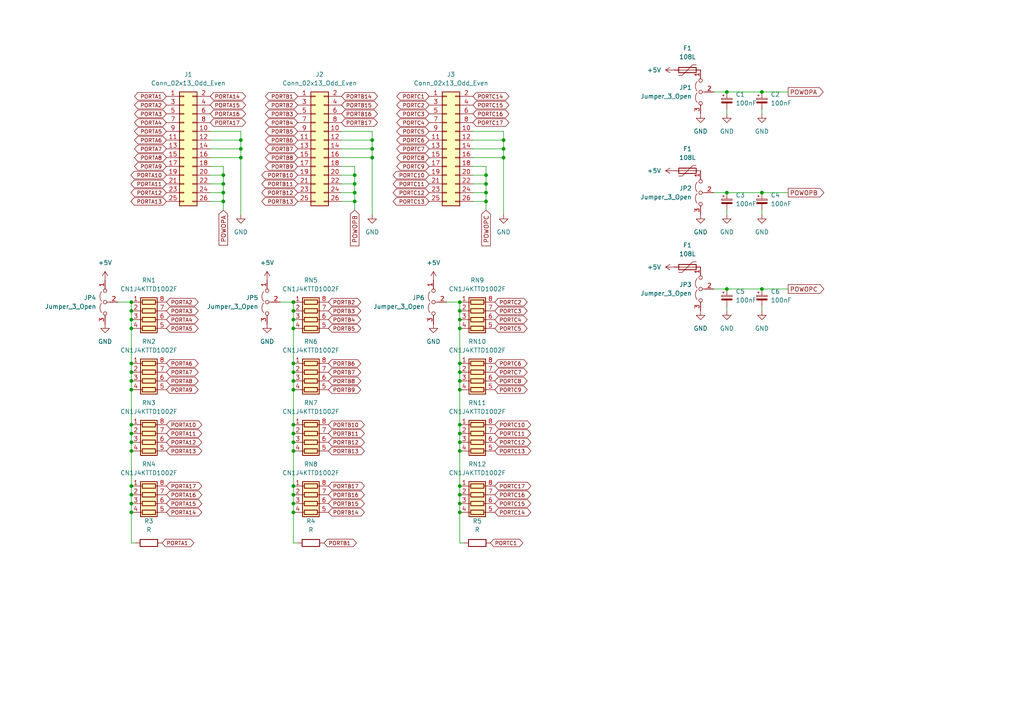
<source format=kicad_sch>
(kicad_sch (version 20230121) (generator eeschema)
  (paper "A4")
  (lib_symbols
    (symbol "Connector_Generic:Conn_02x13_Odd_Even" (pin_names (offset 1.016) hide)
      (property "Reference" "J" (at 1.27 17.78 0))
      (property "Value" "Conn_02x13_Odd_Even" (at 1.27 -17.78 0))
      (symbol "Conn_02x13_Odd_Even_1_1"
        (rectangle (start -1.27 -15.113) (end 0 -15.367) (stroke (width 0.1524)))
        (rectangle (start -1.27 -12.573) (end 0 -12.827) (stroke (width 0.1524)))
        (rectangle (start -1.27 -10.033) (end 0 -10.287) (stroke (width 0.1524)))
        (rectangle (start -1.27 -7.493) (end 0 -7.747) (stroke (width 0.1524)))
        (rectangle (start -1.27 -4.953) (end 0 -5.207) (stroke (width 0.1524)))
        (rectangle (start -1.27 -2.413) (end 0 -2.667) (stroke (width 0.1524)))
        (rectangle (start -1.27 0.127) (end 0 -0.127) (stroke (width 0.1524)))
        (rectangle (start -1.27 2.667) (end 0 2.413) (stroke (width 0.1524)))
        (rectangle (start -1.27 5.207) (end 0 4.953) (stroke (width 0.1524)))
        (rectangle (start -1.27 7.747) (end 0 7.493) (stroke (width 0.1524)))
        (rectangle (start -1.27 10.287) (end 0 10.033) (stroke (width 0.1524)))
        (rectangle (start -1.27 12.827) (end 0 12.573) (stroke (width 0.1524)))
        (rectangle (start -1.27 15.367) (end 0 15.113) (stroke (width 0.1524)))
        (rectangle (start -1.27 16.51) (end 3.81 -16.51) (stroke (width 0.254)) (fill (type background)))
        (rectangle (start 3.81 -15.113) (end 2.54 -15.367) (stroke (width 0.1524)))
        (rectangle (start 3.81 -12.573) (end 2.54 -12.827) (stroke (width 0.1524)))
        (rectangle (start 3.81 -10.033) (end 2.54 -10.287) (stroke (width 0.1524)))
        (rectangle (start 3.81 -7.493) (end 2.54 -7.747) (stroke (width 0.1524)))
        (rectangle (start 3.81 -4.953) (end 2.54 -5.207) (stroke (width 0.1524)))
        (rectangle (start 3.81 -2.413) (end 2.54 -2.667) (stroke (width 0.1524)))
        (rectangle (start 3.81 0.127) (end 2.54 -0.127) (stroke (width 0.1524)))
        (rectangle (start 3.81 2.667) (end 2.54 2.413) (stroke (width 0.1524)))
        (rectangle (start 3.81 5.207) (end 2.54 4.953) (stroke (width 0.1524)))
        (rectangle (start 3.81 7.747) (end 2.54 7.493) (stroke (width 0.1524)))
        (rectangle (start 3.81 10.287) (end 2.54 10.033) (stroke (width 0.1524)))
        (rectangle (start 3.81 12.827) (end 2.54 12.573) (stroke (width 0.1524)))
        (rectangle (start 3.81 15.367) (end 2.54 15.113) (stroke (width 0.1524)))
        (pin passive line (at -5.08 15.24 0) (length 3.81) (name "Pin_1") (number "1"))
        (pin passive line (at 7.62 5.08 180) (length 3.81) (name "Pin_10") (number "10"))
        (pin passive line (at -5.08 2.54 0) (length 3.81) (name "Pin_11") (number "11"))
        (pin passive line (at 7.62 2.54 180) (length 3.81) (name "Pin_12") (number "12"))
        (pin passive line (at -5.08 0 0) (length 3.81) (name "Pin_13") (number "13"))
        (pin passive line (at 7.62 0 180) (length 3.81) (name "Pin_14") (number "14"))
        (pin passive line (at -5.08 -2.54 0) (length 3.81) (name "Pin_15") (number "15"))
        (pin passive line (at 7.62 -2.54 180) (length 3.81) (name "Pin_16") (number "16"))
        (pin passive line (at -5.08 -5.08 0) (length 3.81) (name "Pin_17") (number "17"))
        (pin passive line (at 7.62 -5.08 180) (length 3.81) (name "Pin_18") (number "18"))
        (pin passive line (at -5.08 -7.62 0) (length 3.81) (name "Pin_19") (number "19"))
        (pin passive line (at 7.62 15.24 180) (length 3.81) (name "Pin_2") (number "2"))
        (pin passive line (at 7.62 -7.62 180) (length 3.81) (name "Pin_20") (number "20"))
        (pin passive line (at -5.08 -10.16 0) (length 3.81) (name "Pin_21") (number "21"))
        (pin passive line (at 7.62 -10.16 180) (length 3.81) (name "Pin_22") (number "22"))
        (pin passive line (at -5.08 -12.7 0) (length 3.81) (name "Pin_23") (number "23"))
        (pin passive line (at 7.62 -12.7 180) (length 3.81) (name "Pin_24") (number "24"))
        (pin passive line (at -5.08 -15.24 0) (length 3.81) (name "Pin_25") (number "25"))
        (pin passive line (at 7.62 -15.24 180) (length 3.81) (name "Pin_26") (number "26"))
        (pin passive line (at -5.08 12.7 0) (length 3.81) (name "Pin_3") (number "3"))
        (pin passive line (at 7.62 12.7 180) (length 3.81) (name "Pin_4") (number "4"))
        (pin passive line (at -5.08 10.16 0) (length 3.81) (name "Pin_5") (number "5"))
        (pin passive line (at 7.62 10.16 180) (length 3.81) (name "Pin_6") (number "6"))
        (pin passive line (at -5.08 7.62 0) (length 3.81) (name "Pin_7") (number "7"))
        (pin passive line (at 7.62 7.62 180) (length 3.81) (name "Pin_8") (number "8"))
        (pin passive line (at -5.08 5.08 0) (length 3.81) (name "Pin_9") (number "9"))
      )
    )
    (symbol "Device:C_Polarized_Small" (pin_numbers hide) (pin_names (offset 0.254) hide)
      (property "Reference" "C" (at 0.254 1.778 0))
      (property "Value" "C_Polarized_Small" (at 0.254 -2.032 0))
      (symbol "C_Polarized_Small_0_1"
        (rectangle (start -1.524 -0.3048) (end 1.524 -0.6858) (fill (type outline)))
        (rectangle (start -1.524 0.6858) (end 1.524 0.3048))
        (polyline (pts (xy -1.27 1.524) (xy -0.762 1.524)))
        (polyline (pts (xy -1.016 1.27) (xy -1.016 1.778)))
      )
      (symbol "C_Polarized_Small_1_1"
        (pin passive line (at 0 2.54 270) (length 1.8542) (name "~") (number "1"))
        (pin passive line (at 0 -2.54 90) (length 1.8542) (name "~") (number "2"))
      )
    )
    (symbol "Device:Polyfuse" (pin_numbers hide) (pin_names (offset 0))
      (property "Reference" "F" (at -2.54 0 90))
      (property "Value" "Polyfuse" (at 2.54 0 90))
      (symbol "Polyfuse_0_1"
        (rectangle (start -0.762 2.54) (end 0.762 -2.54) (stroke (width 0.254)))
        (polyline (pts (xy 0 2.54) (xy 0 -2.54)))
        (polyline (pts (xy -1.524 2.54) (xy -1.524 1.524) (xy 1.524 -1.524) (xy 1.524 -2.54)))
      )
      (symbol "Polyfuse_1_1"
        (pin passive line (at 0 3.81 270) (length 1.27) (name "~") (number "1"))
        (pin passive line (at 0 -3.81 90) (length 1.27) (name "~") (number "2"))
      )
    )
    (symbol "Device:R" (pin_numbers hide) (pin_names (offset 0))
      (property "Reference" "R" (at 2.032 0 90))
      (property "Value" "R" (at 0 0 90))
      (symbol "R_0_1"
        (rectangle (start -1.016 -2.54) (end 1.016 2.54) (stroke (width 0.254)))
      )
      (symbol "R_1_1"
        (pin passive line (at 0 3.81 270) (length 1.27) (name "~") (number "1"))
        (pin passive line (at 0 -3.81 90) (length 1.27) (name "~") (number "2"))
      )
    )
    (symbol "Device:R_Pack04" (pin_names (offset 0) hide)
      (property "Reference" "RN" (at -7.62 0 90))
      (property "Value" "R_Pack04" (at 5.08 0 90))
      (symbol "R_Pack04_0_1"
        (rectangle (start -6.35 -2.413) (end 3.81 2.413) (stroke (width 0.254)) (fill (type background)))
        (rectangle (start -5.715 1.905) (end -4.445 -1.905) (stroke (width 0.254)))
        (rectangle (start -3.175 1.905) (end -1.905 -1.905) (stroke (width 0.254)))
        (rectangle (start -0.635 1.905) (end 0.635 -1.905) (stroke (width 0.254)))
        (polyline (pts (xy -5.08 -2.54) (xy -5.08 -1.905)))
        (polyline (pts (xy -5.08 1.905) (xy -5.08 2.54)))
        (polyline (pts (xy -2.54 -2.54) (xy -2.54 -1.905)))
        (polyline (pts (xy -2.54 1.905) (xy -2.54 2.54)))
        (polyline (pts (xy 0 -2.54) (xy 0 -1.905)))
        (polyline (pts (xy 0 1.905) (xy 0 2.54)))
        (polyline (pts (xy 2.54 -2.54) (xy 2.54 -1.905)))
        (polyline (pts (xy 2.54 1.905) (xy 2.54 2.54)))
        (rectangle (start 1.905 1.905) (end 3.175 -1.905) (stroke (width 0.254)))
      )
      (symbol "R_Pack04_1_1"
        (pin passive line (at -5.08 -5.08 90) (length 2.54) (name "R1.1") (number "1"))
        (pin passive line (at -2.54 -5.08 90) (length 2.54) (name "R2.1") (number "2"))
        (pin passive line (at 0 -5.08 90) (length 2.54) (name "R3.1") (number "3"))
        (pin passive line (at 2.54 -5.08 90) (length 2.54) (name "R4.1") (number "4"))
        (pin passive line (at 2.54 5.08 270) (length 2.54) (name "R4.2") (number "5"))
        (pin passive line (at 0 5.08 270) (length 2.54) (name "R3.2") (number "6"))
        (pin passive line (at -2.54 5.08 270) (length 2.54) (name "R2.2") (number "7"))
        (pin passive line (at -5.08 5.08 270) (length 2.54) (name "R1.2") (number "8"))
      )
    )
    (symbol "Jumper:Jumper_3_Open" (pin_names (offset 0) hide)
      (property "Reference" "JP" (at -2.54 -2.54 0))
      (property "Value" "Jumper_3_Open" (at 0 2.794 0))
      (symbol "Jumper_3_Open_0_0"
        (circle (center -3.302 0) (radius 0.508))
        (circle (center 0 0) (radius 0.508))
        (circle (center 3.302 0) (radius 0.508))
      )
      (symbol "Jumper_3_Open_0_1"
        (arc (start -0.254 1.016) (mid -1.651 1.4992) (end -3.048 1.016))
        (polyline (pts (xy 0 -0.508) (xy 0 -1.27)))
        (arc (start 3.048 1.016) (mid 1.651 1.4992) (end 0.254 1.016))
      )
      (symbol "Jumper_3_Open_1_1"
        (pin passive line (at -6.35 0 0) (length 2.54) (name "A") (number "1"))
        (pin passive line (at 0 -3.81 90) (length 2.54) (name "C") (number "2"))
        (pin passive line (at 6.35 0 180) (length 2.54) (name "B") (number "3"))
      )
    )
    (symbol "power:+5V" (power) (pin_names (offset 0))
      (property "Value" "+5V" (at 0 3.556 0))
      (symbol "+5V_0_1"
        (polyline (pts (xy -0.762 1.27) (xy 0 2.54)))
        (polyline (pts (xy 0 0) (xy 0 2.54)))
        (polyline (pts (xy 0 2.54) (xy 0.762 1.27)))
      )
      (symbol "+5V_1_1"
        (pin power_in line (at 0 0 90) (length 0) hide (name "+5V") (number "1"))
      )
    )
    (symbol "power:GND" (power) (pin_names (offset 0))
      (property "Value" "GND" (at 0 -3.81 0))
      (symbol "GND_0_1"
        (polyline (pts (xy 0 0) (xy 0 -1.27) (xy 1.27 -1.27) (xy 0 -2.54) (xy -1.27 -1.27) (xy 0 -1.27)))
      )
      (symbol "GND_1_1"
        (pin power_in line (at 0 0 270) (length 0) hide (name "GND") (number "1"))
      )
    )
  )
  (junction (at 210.82 83.82))
  (junction (at 38.1 148.59))
  (junction (at 69.85 45.72))
  (junction (at 133.35 123.19))
  (junction (at 140.97 50.8))
  (junction (at 220.98 26.67))
  (junction (at 85.09 90.17))
  (junction (at 85.09 110.49))
  (junction (at 133.35 105.41))
  (junction (at 85.09 130.81))
  (junction (at 107.95 43.18))
  (junction (at 102.87 53.34))
  (junction (at 146.05 45.72))
  (junction (at 85.09 123.19))
  (junction (at 85.09 146.05))
  (junction (at 85.09 143.51))
  (junction (at 220.98 83.82))
  (junction (at 38.1 110.49))
  (junction (at 38.1 123.19))
  (junction (at 85.09 148.59))
  (junction (at 69.85 43.18))
  (junction (at 133.35 110.49))
  (junction (at 85.09 128.27))
  (junction (at 38.1 140.97))
  (junction (at 133.35 148.59))
  (junction (at 85.09 92.71))
  (junction (at 38.1 95.25))
  (junction (at 133.35 90.17))
  (junction (at 64.77 55.88))
  (junction (at 85.09 125.73))
  (junction (at 146.05 40.64))
  (junction (at 64.77 50.8))
  (junction (at 38.1 90.17))
  (junction (at 85.09 95.25))
  (junction (at 38.1 107.95))
  (junction (at 133.35 143.51))
  (junction (at 38.1 125.73))
  (junction (at 133.35 107.95))
  (junction (at 85.09 113.03))
  (junction (at 140.97 53.34))
  (junction (at 146.05 43.18))
  (junction (at 38.1 87.63))
  (junction (at 38.1 105.41))
  (junction (at 133.35 95.25))
  (junction (at 133.35 87.63))
  (junction (at 64.77 58.42))
  (junction (at 69.85 40.64))
  (junction (at 210.82 55.88))
  (junction (at 38.1 146.05))
  (junction (at 85.09 87.63))
  (junction (at 102.87 58.42))
  (junction (at 140.97 55.88))
  (junction (at 107.95 40.64))
  (junction (at 107.95 45.72))
  (junction (at 133.35 140.97))
  (junction (at 102.87 50.8))
  (junction (at 133.35 128.27))
  (junction (at 133.35 92.71))
  (junction (at 38.1 143.51))
  (junction (at 133.35 125.73))
  (junction (at 102.87 55.88))
  (junction (at 220.98 55.88))
  (junction (at 133.35 146.05))
  (junction (at 133.35 130.81))
  (junction (at 38.1 113.03))
  (junction (at 140.97 58.42))
  (junction (at 64.77 53.34))
  (junction (at 85.09 105.41))
  (junction (at 210.82 26.67))
  (junction (at 38.1 128.27))
  (junction (at 85.09 140.97))
  (junction (at 38.1 92.71))
  (junction (at 85.09 107.95))
  (junction (at 133.35 113.03))
  (junction (at 38.1 130.81))
  (wire (pts (xy 64.77 55.88) (xy 64.77 58.42)))
  (wire (pts (xy 133.35 125.73) (xy 133.35 128.27)))
  (wire (pts (xy 220.98 33.02) (xy 220.98 31.75)))
  (wire (pts (xy 38.1 95.25) (xy 38.1 105.41)))
  (wire (pts (xy 38.1 123.19) (xy 38.1 125.73)))
  (wire (pts (xy 38.1 140.97) (xy 38.1 143.51)))
  (wire (pts (xy 38.1 87.63) (xy 38.1 90.17)))
  (wire (pts (xy 38.1 128.27) (xy 38.1 130.81)))
  (wire (pts (xy 133.35 113.03) (xy 133.35 123.19)))
  (wire (pts (xy 64.77 50.8) (xy 64.77 53.34)))
  (wire (pts (xy 85.09 90.17) (xy 85.09 92.71)))
  (wire (pts (xy 85.09 110.49) (xy 85.09 113.03)))
  (wire (pts (xy 60.96 58.42) (xy 64.77 58.42)))
  (wire (pts (xy 133.35 123.19) (xy 133.35 125.73)))
  (wire (pts (xy 85.09 105.41) (xy 85.09 107.95)))
  (wire (pts (xy 60.96 50.8) (xy 64.77 50.8)))
  (wire (pts (xy 34.29 87.63) (xy 38.1 87.63)))
  (wire (pts (xy 85.09 113.03) (xy 85.09 123.19)))
  (wire (pts (xy 64.77 58.42) (xy 64.77 60.96)))
  (wire (pts (xy 102.87 55.88) (xy 102.87 58.42)))
  (wire (pts (xy 133.35 110.49) (xy 133.35 113.03)))
  (wire (pts (xy 133.35 148.59) (xy 133.35 157.48)))
  (wire (pts (xy 60.96 38.1) (xy 69.85 38.1)))
  (wire (pts (xy 140.97 48.26) (xy 140.97 50.8)))
  (wire (pts (xy 207.01 83.82) (xy 210.82 83.82)))
  (wire (pts (xy 38.1 113.03) (xy 38.1 123.19)))
  (wire (pts (xy 133.35 140.97) (xy 133.35 143.51)))
  (wire (pts (xy 69.85 45.72) (xy 69.85 62.23)))
  (wire (pts (xy 102.87 50.8) (xy 102.87 53.34)))
  (wire (pts (xy 38.1 90.17) (xy 38.1 92.71)))
  (wire (pts (xy 133.35 130.81) (xy 133.35 140.97)))
  (wire (pts (xy 99.06 58.42) (xy 102.87 58.42)))
  (wire (pts (xy 99.06 55.88) (xy 102.87 55.88)))
  (wire (pts (xy 210.82 26.67) (xy 220.98 26.67)))
  (wire (pts (xy 137.16 55.88) (xy 140.97 55.88)))
  (wire (pts (xy 85.09 107.95) (xy 85.09 110.49)))
  (wire (pts (xy 38.1 110.49) (xy 38.1 113.03)))
  (wire (pts (xy 60.96 43.18) (xy 69.85 43.18)))
  (wire (pts (xy 60.96 48.26) (xy 64.77 48.26)))
  (wire (pts (xy 133.35 107.95) (xy 133.35 110.49)))
  (wire (pts (xy 99.06 43.18) (xy 107.95 43.18)))
  (wire (pts (xy 85.09 123.19) (xy 85.09 125.73)))
  (wire (pts (xy 146.05 43.18) (xy 146.05 45.72)))
  (wire (pts (xy 85.09 148.59) (xy 85.09 157.48)))
  (wire (pts (xy 137.16 38.1) (xy 146.05 38.1)))
  (wire (pts (xy 210.82 90.17) (xy 210.82 88.9)))
  (wire (pts (xy 129.54 87.63) (xy 133.35 87.63)))
  (wire (pts (xy 60.96 53.34) (xy 64.77 53.34)))
  (wire (pts (xy 137.16 53.34) (xy 140.97 53.34)))
  (wire (pts (xy 220.98 26.67) (xy 228.6 26.67)))
  (wire (pts (xy 38.1 107.95) (xy 38.1 110.49)))
  (wire (pts (xy 38.1 146.05) (xy 38.1 148.59)))
  (wire (pts (xy 86.36 157.48) (xy 85.09 157.48)))
  (wire (pts (xy 133.35 95.25) (xy 133.35 105.41)))
  (wire (pts (xy 133.35 105.41) (xy 133.35 107.95)))
  (wire (pts (xy 99.06 38.1) (xy 107.95 38.1)))
  (wire (pts (xy 99.06 48.26) (xy 102.87 48.26)))
  (wire (pts (xy 60.96 40.64) (xy 69.85 40.64)))
  (wire (pts (xy 146.05 40.64) (xy 146.05 43.18)))
  (wire (pts (xy 137.16 50.8) (xy 140.97 50.8)))
  (wire (pts (xy 81.28 87.63) (xy 85.09 87.63)))
  (wire (pts (xy 207.01 55.88) (xy 210.82 55.88)))
  (wire (pts (xy 134.62 157.48) (xy 133.35 157.48)))
  (wire (pts (xy 107.95 43.18) (xy 107.95 45.72)))
  (wire (pts (xy 137.16 43.18) (xy 146.05 43.18)))
  (wire (pts (xy 38.1 105.41) (xy 38.1 107.95)))
  (wire (pts (xy 102.87 58.42) (xy 102.87 60.96)))
  (wire (pts (xy 140.97 55.88) (xy 140.97 58.42)))
  (wire (pts (xy 38.1 92.71) (xy 38.1 95.25)))
  (wire (pts (xy 102.87 48.26) (xy 102.87 50.8)))
  (wire (pts (xy 69.85 38.1) (xy 69.85 40.64)))
  (wire (pts (xy 107.95 40.64) (xy 107.95 43.18)))
  (wire (pts (xy 85.09 128.27) (xy 85.09 130.81)))
  (wire (pts (xy 39.37 157.48) (xy 38.1 157.48)))
  (wire (pts (xy 133.35 87.63) (xy 133.35 90.17)))
  (wire (pts (xy 38.1 143.51) (xy 38.1 146.05)))
  (wire (pts (xy 64.77 48.26) (xy 64.77 50.8)))
  (wire (pts (xy 85.09 130.81) (xy 85.09 140.97)))
  (wire (pts (xy 85.09 140.97) (xy 85.09 143.51)))
  (wire (pts (xy 85.09 125.73) (xy 85.09 128.27)))
  (wire (pts (xy 133.35 90.17) (xy 133.35 92.71)))
  (wire (pts (xy 99.06 50.8) (xy 102.87 50.8)))
  (wire (pts (xy 85.09 87.63) (xy 85.09 90.17)))
  (wire (pts (xy 133.35 128.27) (xy 133.35 130.81)))
  (wire (pts (xy 99.06 40.64) (xy 107.95 40.64)))
  (wire (pts (xy 38.1 130.81) (xy 38.1 140.97)))
  (wire (pts (xy 140.97 58.42) (xy 140.97 60.96)))
  (wire (pts (xy 210.82 62.23) (xy 210.82 60.96)))
  (wire (pts (xy 146.05 38.1) (xy 146.05 40.64)))
  (wire (pts (xy 107.95 38.1) (xy 107.95 40.64)))
  (wire (pts (xy 210.82 83.82) (xy 220.98 83.82)))
  (wire (pts (xy 137.16 40.64) (xy 146.05 40.64)))
  (wire (pts (xy 85.09 92.71) (xy 85.09 95.25)))
  (wire (pts (xy 99.06 53.34) (xy 102.87 53.34)))
  (wire (pts (xy 38.1 125.73) (xy 38.1 128.27)))
  (wire (pts (xy 69.85 40.64) (xy 69.85 43.18)))
  (wire (pts (xy 146.05 45.72) (xy 146.05 62.23)))
  (wire (pts (xy 220.98 83.82) (xy 228.6 83.82)))
  (wire (pts (xy 60.96 45.72) (xy 69.85 45.72)))
  (wire (pts (xy 220.98 55.88) (xy 228.6 55.88)))
  (wire (pts (xy 207.01 26.67) (xy 210.82 26.67)))
  (wire (pts (xy 99.06 45.72) (xy 107.95 45.72)))
  (wire (pts (xy 137.16 45.72) (xy 146.05 45.72)))
  (wire (pts (xy 210.82 55.88) (xy 220.98 55.88)))
  (wire (pts (xy 133.35 143.51) (xy 133.35 146.05)))
  (wire (pts (xy 85.09 146.05) (xy 85.09 148.59)))
  (wire (pts (xy 85.09 143.51) (xy 85.09 146.05)))
  (wire (pts (xy 107.95 45.72) (xy 107.95 62.23)))
  (wire (pts (xy 85.09 95.25) (xy 85.09 105.41)))
  (wire (pts (xy 102.87 53.34) (xy 102.87 55.88)))
  (wire (pts (xy 140.97 53.34) (xy 140.97 55.88)))
  (wire (pts (xy 60.96 55.88) (xy 64.77 55.88)))
  (wire (pts (xy 220.98 90.17) (xy 220.98 88.9)))
  (wire (pts (xy 133.35 146.05) (xy 133.35 148.59)))
  (wire (pts (xy 64.77 53.34) (xy 64.77 55.88)))
  (wire (pts (xy 220.98 62.23) (xy 220.98 60.96)))
  (wire (pts (xy 69.85 43.18) (xy 69.85 45.72)))
  (wire (pts (xy 38.1 148.59) (xy 38.1 157.48)))
  (wire (pts (xy 133.35 92.71) (xy 133.35 95.25)))
  (wire (pts (xy 137.16 58.42) (xy 140.97 58.42)))
  (wire (pts (xy 137.16 48.26) (xy 140.97 48.26)))
  (wire (pts (xy 210.82 33.02) (xy 210.82 31.75)))
  (wire (pts (xy 140.97 50.8) (xy 140.97 53.34)))
  (global_label "PORTB8" (shape bidirectional) (at 86.36 45.72 180) (effects (font (size 1.1 1.1))) (property "Intersheetrefs" "${INTERSHEET_REFS}" (effects hide)))
  (global_label "PORTC5" (shape bidirectional) (at 143.51 95.25 0) (effects (font (size 1.1 1.1))) (property "Intersheetrefs" "${INTERSHEET_REFS}" (effects hide)))
  (global_label "PORTC11" (shape bidirectional) (at 143.51 125.73 0) (effects (font (size 1.1 1.1))) (property "Intersheetrefs" "${INTERSHEET_REFS}" (effects hide)))
  (global_label "PORTB15" (shape bidirectional) (at 99.06 30.48 0) (effects (font (size 1.1 1.1))) (property "Intersheetrefs" "${INTERSHEET_REFS}" (effects hide)))
  (global_label "PORTB16" (shape bidirectional) (at 99.06 33.02 0) (effects (font (size 1.1 1.1))) (property "Intersheetrefs" "${INTERSHEET_REFS}" (effects hide)))
  (global_label "PORTB11" (shape bidirectional) (at 95.25 125.73 0) (effects (font (size 1.1 1.1))) (property "Intersheetrefs" "${INTERSHEET_REFS}" (effects hide)))
  (global_label "PORTB7" (shape bidirectional) (at 86.36 43.18 180) (effects (font (size 1.1 1.1))) (property "Intersheetrefs" "${INTERSHEET_REFS}" (effects hide)))
  (global_label "PORTA1" (shape bidirectional) (at 46.99 157.48 0) (effects (font (size 1.1 1.1))) (property "Intersheetrefs" "${INTERSHEET_REFS}" (effects hide)))
  (global_label "PORTC15" (shape bidirectional) (at 137.16 30.48 0) (effects (font (size 1.1 1.1))) (property "Intersheetrefs" "${INTERSHEET_REFS}" (effects hide)))
  (global_label "PORTC6" (shape bidirectional) (at 143.51 105.41 0) (effects (font (size 1.1 1.1))) (property "Intersheetrefs" "${INTERSHEET_REFS}" (effects hide)))
  (global_label "PORTA11" (shape bidirectional) (at 48.26 53.34 180) (effects (font (size 1.1 1.1))) (property "Intersheetrefs" "${INTERSHEET_REFS}" (effects hide)))
  (global_label "PORTA10" (shape bidirectional) (at 48.26 50.8 180) (effects (font (size 1.1 1.1))) (property "Intersheetrefs" "${INTERSHEET_REFS}" (effects hide)))
  (global_label "PORTC3" (shape bidirectional) (at 124.46 33.02 180) (effects (font (size 1.1 1.1))) (property "Intersheetrefs" "${INTERSHEET_REFS}" (effects hide)))
  (global_label "PORTC16" (shape bidirectional) (at 137.16 33.02 0) (effects (font (size 1.1 1.1))) (property "Intersheetrefs" "${INTERSHEET_REFS}" (effects hide)))
  (global_label "PORTA7" (shape bidirectional) (at 48.26 107.95 0) (effects (font (size 1.1 1.1))) (property "Intersheetrefs" "${INTERSHEET_REFS}" (effects hide)))
  (global_label "PORTA1" (shape bidirectional) (at 48.26 27.94 180) (effects (font (size 1.1 1.1))) (property "Intersheetrefs" "${INTERSHEET_REFS}" (effects hide)))
  (global_label "PORTA10" (shape bidirectional) (at 48.26 123.19 0) (effects (font (size 1.1 1.1))) (property "Intersheetrefs" "${INTERSHEET_REFS}" (effects hide)))
  (global_label "PORTC8" (shape bidirectional) (at 124.46 45.72 180) (effects (font (size 1.1 1.1))) (property "Intersheetrefs" "${INTERSHEET_REFS}" (effects hide)))
  (global_label "PORTB13" (shape bidirectional) (at 86.36 58.42 180) (effects (font (size 1.1 1.1))) (property "Intersheetrefs" "${INTERSHEET_REFS}" (effects hide)))
  (global_label "PORTA16" (shape bidirectional) (at 60.96 33.02 0) (effects (font (size 1.1 1.1))) (property "Intersheetrefs" "${INTERSHEET_REFS}" (effects hide)))
  (global_label "PORTB3" (shape bidirectional) (at 95.25 90.17 0) (effects (font (size 1.1 1.1))) (property "Intersheetrefs" "${INTERSHEET_REFS}" (effects hide)))
  (global_label "PORTA9" (shape bidirectional) (at 48.26 48.26 180) (effects (font (size 1.1 1.1))) (property "Intersheetrefs" "${INTERSHEET_REFS}" (effects hide)))
  (global_label "PORTC7" (shape bidirectional) (at 124.46 43.18 180) (effects (font (size 1.1 1.1))) (property "Intersheetrefs" "${INTERSHEET_REFS}" (effects hide)))
  (global_label "PORTC6" (shape bidirectional) (at 124.46 40.64 180) (effects (font (size 1.1 1.1))) (property "Intersheetrefs" "${INTERSHEET_REFS}" (effects hide)))
  (global_label "PORTC8" (shape bidirectional) (at 143.51 110.49 0) (effects (font (size 1.1 1.1))) (property "Intersheetrefs" "${INTERSHEET_REFS}" (effects hide)))
  (global_label "POWOPC" (shape output) (at 228.6 83.82 0) (property "Intersheetrefs" "${INTERSHEET_REFS}" (effects hide)))
  (global_label "POWOPC" (shape input) (at 140.97 60.96 270) (property "Intersheetrefs" "${INTERSHEET_REFS}" (effects hide)))
  (global_label "PORTA5" (shape bidirectional) (at 48.26 95.25 0) (effects (font (size 1.1 1.1))) (property "Intersheetrefs" "${INTERSHEET_REFS}" (effects hide)))
  (global_label "PORTA13" (shape bidirectional) (at 48.26 58.42 180) (effects (font (size 1.1 1.1))) (property "Intersheetrefs" "${INTERSHEET_REFS}" (effects hide)))
  (global_label "POWOPA" (shape input) (at 64.77 60.96 270) (property "Intersheetrefs" "${INTERSHEET_REFS}" (effects hide)))
  (global_label "PORTB1" (shape bidirectional) (at 86.36 27.94 180) (effects (font (size 1.1 1.1))) (property "Intersheetrefs" "${INTERSHEET_REFS}" (effects hide)))
  (global_label "PORTB6" (shape bidirectional) (at 86.36 40.64 180) (effects (font (size 1.1 1.1))) (property "Intersheetrefs" "${INTERSHEET_REFS}" (effects hide)))
  (global_label "PORTC1" (shape bidirectional) (at 124.46 27.94 180) (effects (font (size 1.1 1.1))) (property "Intersheetrefs" "${INTERSHEET_REFS}" (effects hide)))
  (global_label "PORTA11" (shape bidirectional) (at 48.26 125.73 0) (effects (font (size 1.1 1.1))) (property "Intersheetrefs" "${INTERSHEET_REFS}" (effects hide)))
  (global_label "PORTB12" (shape bidirectional) (at 86.36 55.88 180) (effects (font (size 1.1 1.1))) (property "Intersheetrefs" "${INTERSHEET_REFS}" (effects hide)))
  (global_label "PORTB1" (shape bidirectional) (at 93.98 157.48 0) (effects (font (size 1.1 1.1))) (property "Intersheetrefs" "${INTERSHEET_REFS}" (effects hide)))
  (global_label "PORTC9" (shape bidirectional) (at 143.51 113.03 0) (effects (font (size 1.1 1.1))) (property "Intersheetrefs" "${INTERSHEET_REFS}" (effects hide)))
  (global_label "PORTB15" (shape bidirectional) (at 95.25 146.05 0) (effects (font (size 1.1 1.1))) (property "Intersheetrefs" "${INTERSHEET_REFS}" (effects hide)))
  (global_label "PORTB5" (shape bidirectional) (at 86.36 38.1 180) (effects (font (size 1.1 1.1))) (property "Intersheetrefs" "${INTERSHEET_REFS}" (effects hide)))
  (global_label "PORTA8" (shape bidirectional) (at 48.26 45.72 180) (effects (font (size 1.1 1.1))) (property "Intersheetrefs" "${INTERSHEET_REFS}" (effects hide)))
  (global_label "PORTC16" (shape bidirectional) (at 143.51 143.51 0) (effects (font (size 1.1 1.1))) (property "Intersheetrefs" "${INTERSHEET_REFS}" (effects hide)))
  (global_label "PORTC3" (shape bidirectional) (at 143.51 90.17 0) (effects (font (size 1.1 1.1))) (property "Intersheetrefs" "${INTERSHEET_REFS}" (effects hide)))
  (global_label "PORTA3" (shape bidirectional) (at 48.26 33.02 180) (effects (font (size 1.1 1.1))) (property "Intersheetrefs" "${INTERSHEET_REFS}" (effects hide)))
  (global_label "PORTA15" (shape bidirectional) (at 48.26 146.05 0) (effects (font (size 1.1 1.1))) (property "Intersheetrefs" "${INTERSHEET_REFS}" (effects hide)))
  (global_label "PORTC5" (shape bidirectional) (at 124.46 38.1 180) (effects (font (size 1.1 1.1))) (property "Intersheetrefs" "${INTERSHEET_REFS}" (effects hide)))
  (global_label "PORTA5" (shape bidirectional) (at 48.26 38.1 180) (effects (font (size 1.1 1.1))) (property "Intersheetrefs" "${INTERSHEET_REFS}" (effects hide)))
  (global_label "PORTA14" (shape bidirectional) (at 48.26 148.59 0) (effects (font (size 1.1 1.1))) (property "Intersheetrefs" "${INTERSHEET_REFS}" (effects hide)))
  (global_label "PORTC7" (shape bidirectional) (at 143.51 107.95 0) (effects (font (size 1.1 1.1))) (property "Intersheetrefs" "${INTERSHEET_REFS}" (effects hide)))
  (global_label "POWOPB" (shape output) (at 228.6 55.88 0) (property "Intersheetrefs" "${INTERSHEET_REFS}" (effects hide)))
  (global_label "PORTB17" (shape bidirectional) (at 99.06 35.56 0) (effects (font (size 1.1 1.1))) (property "Intersheetrefs" "${INTERSHEET_REFS}" (effects hide)))
  (global_label "PORTB7" (shape bidirectional) (at 95.25 107.95 0) (effects (font (size 1.1 1.1))) (property "Intersheetrefs" "${INTERSHEET_REFS}" (effects hide)))
  (global_label "PORTC4" (shape bidirectional) (at 124.46 35.56 180) (effects (font (size 1.1 1.1))) (property "Intersheetrefs" "${INTERSHEET_REFS}" (effects hide)))
  (global_label "PORTA2" (shape bidirectional) (at 48.26 87.63 0) (effects (font (size 1.1 1.1))) (property "Intersheetrefs" "${INTERSHEET_REFS}" (effects hide)))
  (global_label "PORTC2" (shape bidirectional) (at 124.46 30.48 180) (effects (font (size 1.1 1.1))) (property "Intersheetrefs" "${INTERSHEET_REFS}" (effects hide)))
  (global_label "PORTB14" (shape bidirectional) (at 99.06 27.94 0) (effects (font (size 1.1 1.1))) (property "Intersheetrefs" "${INTERSHEET_REFS}" (effects hide)))
  (global_label "PORTB8" (shape bidirectional) (at 95.25 110.49 0) (effects (font (size 1.1 1.1))) (property "Intersheetrefs" "${INTERSHEET_REFS}" (effects hide)))
  (global_label "PORTA12" (shape bidirectional) (at 48.26 55.88 180) (effects (font (size 1.1 1.1))) (property "Intersheetrefs" "${INTERSHEET_REFS}" (effects hide)))
  (global_label "PORTB2" (shape bidirectional) (at 95.25 87.63 0) (effects (font (size 1.1 1.1))) (property "Intersheetrefs" "${INTERSHEET_REFS}" (effects hide)))
  (global_label "PORTA17" (shape bidirectional) (at 60.96 35.56 0) (effects (font (size 1.1 1.1))) (property "Intersheetrefs" "${INTERSHEET_REFS}" (effects hide)))
  (global_label "PORTA8" (shape bidirectional) (at 48.26 110.49 0) (effects (font (size 1.1 1.1))) (property "Intersheetrefs" "${INTERSHEET_REFS}" (effects hide)))
  (global_label "PORTC2" (shape bidirectional) (at 143.51 87.63 0) (effects (font (size 1.1 1.1))) (property "Intersheetrefs" "${INTERSHEET_REFS}" (effects hide)))
  (global_label "PORTA2" (shape bidirectional) (at 48.26 30.48 180) (effects (font (size 1.1 1.1))) (property "Intersheetrefs" "${INTERSHEET_REFS}" (effects hide)))
  (global_label "PORTC9" (shape bidirectional) (at 124.46 48.26 180) (effects (font (size 1.1 1.1))) (property "Intersheetrefs" "${INTERSHEET_REFS}" (effects hide)))
  (global_label "PORTA6" (shape bidirectional) (at 48.26 40.64 180) (effects (font (size 1.1 1.1))) (property "Intersheetrefs" "${INTERSHEET_REFS}" (effects hide)))
  (global_label "PORTB11" (shape bidirectional) (at 86.36 53.34 180) (effects (font (size 1.1 1.1))) (property "Intersheetrefs" "${INTERSHEET_REFS}" (effects hide)))
  (global_label "PORTB12" (shape bidirectional) (at 95.25 128.27 0) (effects (font (size 1.1 1.1))) (property "Intersheetrefs" "${INTERSHEET_REFS}" (effects hide)))
  (global_label "PORTA16" (shape bidirectional) (at 48.26 143.51 0) (effects (font (size 1.1 1.1))) (property "Intersheetrefs" "${INTERSHEET_REFS}" (effects hide)))
  (global_label "PORTB14" (shape bidirectional) (at 95.25 148.59 0) (effects (font (size 1.1 1.1))) (property "Intersheetrefs" "${INTERSHEET_REFS}" (effects hide)))
  (global_label "PORTC17" (shape bidirectional) (at 137.16 35.56 0) (effects (font (size 1.1 1.1))) (property "Intersheetrefs" "${INTERSHEET_REFS}" (effects hide)))
  (global_label "PORTA12" (shape bidirectional) (at 48.26 128.27 0) (effects (font (size 1.1 1.1))) (property "Intersheetrefs" "${INTERSHEET_REFS}" (effects hide)))
  (global_label "PORTC14" (shape bidirectional) (at 137.16 27.94 0) (effects (font (size 1.1 1.1))) (property "Intersheetrefs" "${INTERSHEET_REFS}" (effects hide)))
  (global_label "PORTA14" (shape bidirectional) (at 60.96 27.94 0) (effects (font (size 1.1 1.1))) (property "Intersheetrefs" "${INTERSHEET_REFS}" (effects hide)))
  (global_label "PORTB13" (shape bidirectional) (at 95.25 130.81 0) (effects (font (size 1.1 1.1))) (property "Intersheetrefs" "${INTERSHEET_REFS}" (effects hide)))
  (global_label "PORTC10" (shape bidirectional) (at 124.46 50.8 180) (effects (font (size 1.1 1.1))) (property "Intersheetrefs" "${INTERSHEET_REFS}" (effects hide)))
  (global_label "PORTA7" (shape bidirectional) (at 48.26 43.18 180) (effects (font (size 1.1 1.1))) (property "Intersheetrefs" "${INTERSHEET_REFS}" (effects hide)))
  (global_label "PORTC12" (shape bidirectional) (at 124.46 55.88 180) (effects (font (size 1.1 1.1))) (property "Intersheetrefs" "${INTERSHEET_REFS}" (effects hide)))
  (global_label "POWOPA" (shape output) (at 228.6 26.67 0) (property "Intersheetrefs" "${INTERSHEET_REFS}" (effects hide)))
  (global_label "PORTA4" (shape bidirectional) (at 48.26 92.71 0) (effects (font (size 1.1 1.1))) (property "Intersheetrefs" "${INTERSHEET_REFS}" (effects hide)))
  (global_label "PORTC10" (shape bidirectional) (at 143.51 123.19 0) (effects (font (size 1.1 1.1))) (property "Intersheetrefs" "${INTERSHEET_REFS}" (effects hide)))
  (global_label "PORTC11" (shape bidirectional) (at 124.46 53.34 180) (effects (font (size 1.1 1.1))) (property "Intersheetrefs" "${INTERSHEET_REFS}" (effects hide)))
  (global_label "PORTB3" (shape bidirectional) (at 86.36 33.02 180) (effects (font (size 1.1 1.1))) (property "Intersheetrefs" "${INTERSHEET_REFS}" (effects hide)))
  (global_label "PORTA15" (shape bidirectional) (at 60.96 30.48 0) (effects (font (size 1.1 1.1))) (property "Intersheetrefs" "${INTERSHEET_REFS}" (effects hide)))
  (global_label "PORTA17" (shape bidirectional) (at 48.26 140.97 0) (effects (font (size 1.1 1.1))) (property "Intersheetrefs" "${INTERSHEET_REFS}" (effects hide)))
  (global_label "PORTB2" (shape bidirectional) (at 86.36 30.48 180) (effects (font (size 1.1 1.1))) (property "Intersheetrefs" "${INTERSHEET_REFS}" (effects hide)))
  (global_label "PORTC14" (shape bidirectional) (at 143.51 148.59 0) (effects (font (size 1.1 1.1))) (property "Intersheetrefs" "${INTERSHEET_REFS}" (effects hide)))
  (global_label "PORTB16" (shape bidirectional) (at 95.25 143.51 0) (effects (font (size 1.1 1.1))) (property "Intersheetrefs" "${INTERSHEET_REFS}" (effects hide)))
  (global_label "POWOPB" (shape input) (at 102.87 60.96 270) (property "Intersheetrefs" "${INTERSHEET_REFS}" (effects hide)))
  (global_label "PORTA9" (shape bidirectional) (at 48.26 113.03 0) (effects (font (size 1.1 1.1))) (property "Intersheetrefs" "${INTERSHEET_REFS}" (effects hide)))
  (global_label "PORTC17" (shape bidirectional) (at 143.51 140.97 0) (effects (font (size 1.1 1.1))) (property "Intersheetrefs" "${INTERSHEET_REFS}" (effects hide)))
  (global_label "PORTB4" (shape bidirectional) (at 86.36 35.56 180) (effects (font (size 1.1 1.1))) (property "Intersheetrefs" "${INTERSHEET_REFS}" (effects hide)))
  (global_label "PORTC13" (shape bidirectional) (at 124.46 58.42 180) (effects (font (size 1.1 1.1))) (property "Intersheetrefs" "${INTERSHEET_REFS}" (effects hide)))
  (global_label "PORTC13" (shape bidirectional) (at 143.51 130.81 0) (effects (font (size 1.1 1.1))) (property "Intersheetrefs" "${INTERSHEET_REFS}" (effects hide)))
  (global_label "PORTA6" (shape bidirectional) (at 48.26 105.41 0) (effects (font (size 1.1 1.1))) (property "Intersheetrefs" "${INTERSHEET_REFS}" (effects hide)))
  (global_label "PORTB6" (shape bidirectional) (at 95.25 105.41 0) (effects (font (size 1.1 1.1))) (property "Intersheetrefs" "${INTERSHEET_REFS}" (effects hide)))
  (global_label "PORTC12" (shape bidirectional) (at 143.51 128.27 0) (effects (font (size 1.1 1.1))) (property "Intersheetrefs" "${INTERSHEET_REFS}" (effects hide)))
  (global_label "PORTA13" (shape bidirectional) (at 48.26 130.81 0) (effects (font (size 1.1 1.1))) (property "Intersheetrefs" "${INTERSHEET_REFS}" (effects hide)))
  (global_label "PORTB17" (shape bidirectional) (at 95.25 140.97 0) (effects (font (size 1.1 1.1))) (property "Intersheetrefs" "${INTERSHEET_REFS}" (effects hide)))
  (global_label "PORTB9" (shape bidirectional) (at 86.36 48.26 180) (effects (font (size 1.1 1.1))) (property "Intersheetrefs" "${INTERSHEET_REFS}" (effects hide)))
  (global_label "PORTB5" (shape bidirectional) (at 95.25 95.25 0) (effects (font (size 1.1 1.1))) (property "Intersheetrefs" "${INTERSHEET_REFS}" (effects hide)))
  (global_label "PORTB4" (shape bidirectional) (at 95.25 92.71 0) (effects (font (size 1.1 1.1))) (property "Intersheetrefs" "${INTERSHEET_REFS}" (effects hide)))
  (global_label "PORTC1" (shape bidirectional) (at 142.24 157.48 0) (effects (font (size 1.1 1.1))) (property "Intersheetrefs" "${INTERSHEET_REFS}" (effects hide)))
  (global_label "PORTB9" (shape bidirectional) (at 95.25 113.03 0) (effects (font (size 1.1 1.1))) (property "Intersheetrefs" "${INTERSHEET_REFS}" (effects hide)))
  (global_label "PORTA4" (shape bidirectional) (at 48.26 35.56 180) (effects (font (size 1.1 1.1))) (property "Intersheetrefs" "${INTERSHEET_REFS}" (effects hide)))
  (global_label "PORTC15" (shape bidirectional) (at 143.51 146.05 0) (effects (font (size 1.1 1.1))) (property "Intersheetrefs" "${INTERSHEET_REFS}" (effects hide)))
  (global_label "PORTC4" (shape bidirectional) (at 143.51 92.71 0) (effects (font (size 1.1 1.1))) (property "Intersheetrefs" "${INTERSHEET_REFS}" (effects hide)))
  (global_label "PORTB10" (shape bidirectional) (at 95.25 123.19 0) (effects (font (size 1.1 1.1))) (property "Intersheetrefs" "${INTERSHEET_REFS}" (effects hide)))
  (global_label "PORTA3" (shape bidirectional) (at 48.26 90.17 0) (effects (font (size 1.1 1.1))) (property "Intersheetrefs" "${INTERSHEET_REFS}" (effects hide)))
  (global_label "PORTB10" (shape bidirectional) (at 86.36 50.8 180) (effects (font (size 1.1 1.1))) (property "Intersheetrefs" "${INTERSHEET_REFS}" (effects hide)))
  (symbol (lib_id "Device:R_Pack04") (at 90.17 128.27 270) (unit 1)
    (property "Reference" "RN7" (at 90.17 116.84 90))
    (property "Value" "CN1J4KTTD1002F" (at 90.17 119.38 90))
    (property "Footprint" "Resistor_SMD:R_Array_Convex_4x0603_handsolder" (effects hide))
    (property "LCSC" "C29718" (effects hide))
  )
  (symbol (lib_id "power:GND") (at 220.98 33.02 0) (unit 1)
    (property "Reference" "#PWR017" (effects hide))
    (property "Value" "GND" (at 220.98 38.1 0))
  )
  (symbol (lib_id "power:GND") (at 210.82 62.23 0) (unit 1)
    (property "Reference" "#PWR022" (effects hide))
    (property "Value" "GND" (at 210.82 67.31 0))
  )
  (symbol (lib_id "Device:R") (at 138.43 157.48 270) (unit 1)
    (property "Reference" "R5" (at 138.43 151.13 90))
    (property "Value" "R" (at 138.43 153.67 90))
    (property "Footprint" "Resistor_SMD:R_1206_3216Metric_Pad1.30x1.75mm_HandSolder" (effects hide))
    (property "LCSC" "C17902" (effects hide))
  )
  (symbol (lib_id "Device:Polyfuse") (at 199.39 49.53 90) (unit 1)
    (property "Reference" "F1" (at 199.39 43.18 90))
    (property "Value" "108L" (at 199.39 45.72 90))
    (property "Footprint" "Fuse:Fuse_1812_4532Metric_Pad1.30x3.40mm_HandSolder" (effects hide))
    (property "LCSC" "C782760" (effects hide))
    (instances (project "HUB75HAT" (path "" (reference "F1") (unit 1)) (path "" (reference "F3") (unit 1)) (path "" (reference "F6") (unit 1))))
  )
  (symbol (lib_id "power:+5V") (at 125.73 81.28 0) (unit 1)
    (property "Reference" "#PWR032" (effects hide))
    (property "Value" "+5V" (at 125.73 76.2 0))
  )
  (symbol (lib_id "Jumper:Jumper_3_Open") (at 77.47 87.63 90) (mirror x) (unit 1)
    (property "Reference" "JP5" (at 74.93 86.36 90) (effects (justify left)))
    (property "Value" "Jumper_3_Open" (at 74.93 88.9 90) (effects (justify left)))
    (property "Footprint" "Connector_PinHeader_2.54mm:PinHeader_1x03_P2.54mm_Vertical" (effects hide))
  )
  (symbol (lib_id "Device:Polyfuse") (at 199.39 77.47 90) (unit 1)
    (property "Reference" "F1" (at 199.39 71.12 90))
    (property "Value" "108L" (at 199.39 73.66 90))
    (property "Footprint" "Fuse:Fuse_1812_4532Metric_Pad1.30x3.40mm_HandSolder" (effects hide))
    (property "LCSC" "C782760" (effects hide))
    (instances (project "HUB75HAT" (path "" (reference "F1") (unit 1)) (path "" (reference "F3") (unit 1)) (path "" (reference "F7") (unit 1))))
  )
  (symbol (lib_id "power:GND") (at 107.95 62.23 0) (unit 1)
    (property "Reference" "#PWR018" (effects hide))
    (property "Value" "GND" (at 107.95 67.31 0))
  )
  (symbol (lib_id "power:+5V") (at 195.58 77.47 90) (unit 1)
    (property "Reference" "#PWR024" (effects hide))
    (property "Value" "+5V" (at 191.77 77.47 90) (effects (justify left)))
  )
  (symbol (lib_id "Device:R_Pack04") (at 138.43 92.71 270) (unit 1)
    (property "Reference" "RN9" (at 138.43 81.28 90))
    (property "Value" "CN1J4KTTD1002F" (at 138.43 83.82 90))
    (property "Footprint" "Resistor_SMD:R_Array_Convex_4x0603_handsolder" (effects hide))
    (property "LCSC" "C29718" (effects hide))
  )
  (symbol (lib_id "Device:R_Pack04") (at 43.18 128.27 270) (unit 1)
    (property "Reference" "RN3" (at 43.18 116.84 90))
    (property "Value" "CN1J4KTTD1002F" (at 43.18 119.38 90))
    (property "Footprint" "Resistor_SMD:R_Array_Convex_4x0603_handsolder" (effects hide))
    (property "LCSC" "C29718" (effects hide))
  )
  (symbol (lib_id "Connector_Generic:Conn_02x13_Odd_Even") (at 91.44 43.18 0) (unit 1)
    (property "Reference" "J2" (at 92.71 21.59 0))
    (property "Value" "Conn_02x13_Odd_Even" (at 92.71 24.13 0))
    (property "Footprint" "Connector_IDC:IDC-Header_2x13_P2.54mm_Vertical" (effects hide))
  )
  (symbol (lib_id "power:GND") (at 220.98 90.17 0) (unit 1)
    (property "Reference" "#PWR027" (effects hide))
    (property "Value" "GND" (at 220.98 95.25 0))
  )
  (symbol (lib_id "Jumper:Jumper_3_Open") (at 203.2 55.88 90) (mirror x) (unit 1)
    (property "Reference" "JP2" (at 200.66 54.61 90) (effects (justify left)))
    (property "Value" "Jumper_3_Open" (at 200.66 57.15 90) (effects (justify left)))
    (property "Footprint" "Connector_PinHeader_2.54mm:PinHeader_1x03_P2.54mm_Vertical" (effects hide))
  )
  (symbol (lib_id "power:GND") (at 203.2 90.17 0) (unit 1)
    (property "Reference" "#PWR025" (effects hide))
    (property "Value" "GND" (at 203.2 95.25 0))
  )
  (symbol (lib_id "Connector_Generic:Conn_02x13_Odd_Even") (at 53.34 43.18 0) (unit 1)
    (property "Reference" "J1" (at 54.61 21.59 0))
    (property "Value" "Conn_02x13_Odd_Even" (at 54.61 24.13 0))
    (property "Footprint" "Connector_IDC:IDC-Header_2x13_P2.54mm_Vertical" (effects hide))
  )
  (symbol (lib_id "Jumper:Jumper_3_Open") (at 203.2 26.67 90) (mirror x) (unit 1)
    (property "Reference" "JP1" (at 200.66 25.4 90) (effects (justify left)))
    (property "Value" "Jumper_3_Open" (at 200.66 27.94 90) (effects (justify left)))
    (property "Footprint" "Connector_PinHeader_2.54mm:PinHeader_1x03_P2.54mm_Vertical" (effects hide))
  )
  (symbol (lib_id "power:GND") (at 146.05 62.23 0) (unit 1)
    (property "Reference" "#PWR019" (effects hide))
    (property "Value" "GND" (at 146.05 67.31 0))
  )
  (symbol (lib_id "power:GND") (at 210.82 33.02 0) (unit 1)
    (property "Reference" "#PWR016" (effects hide))
    (property "Value" "GND" (at 210.82 38.1 0))
  )
  (symbol (lib_id "power:GND") (at 203.2 62.23 0) (unit 1)
    (property "Reference" "#PWR021" (effects hide))
    (property "Value" "GND" (at 203.2 67.31 0))
  )
  (symbol (lib_id "Device:R_Pack04") (at 138.43 110.49 270) (unit 1)
    (property "Reference" "RN10" (at 138.43 99.06 90))
    (property "Value" "CN1J4KTTD1002F" (at 138.43 101.6 90))
    (property "Footprint" "Resistor_SMD:R_Array_Convex_4x0603_handsolder" (effects hide))
    (property "LCSC" "C29718" (effects hide))
  )
  (symbol (lib_id "power:+5V") (at 195.58 49.53 90) (unit 1)
    (property "Reference" "#PWR020" (effects hide))
    (property "Value" "+5V" (at 191.77 49.53 90) (effects (justify left)))
  )
  (symbol (lib_id "power:+5V") (at 77.47 81.28 0) (unit 1)
    (property "Reference" "#PWR030" (effects hide))
    (property "Value" "+5V" (at 77.47 76.2 0))
  )
  (symbol (lib_id "power:GND") (at 210.82 90.17 0) (unit 1)
    (property "Reference" "#PWR026" (effects hide))
    (property "Value" "GND" (at 210.82 95.25 0))
  )
  (symbol (lib_id "power:GND") (at 125.73 93.98 0) (unit 1)
    (property "Reference" "#PWR033" (effects hide))
    (property "Value" "GND" (at 125.73 99.06 0))
  )
  (symbol (lib_id "power:GND") (at 77.47 93.98 0) (unit 1)
    (property "Reference" "#PWR031" (effects hide))
    (property "Value" "GND" (at 77.47 99.06 0))
  )
  (symbol (lib_id "Jumper:Jumper_3_Open") (at 203.2 83.82 90) (mirror x) (unit 1)
    (property "Reference" "JP3" (at 200.66 82.55 90) (effects (justify left)))
    (property "Value" "Jumper_3_Open" (at 200.66 85.09 90) (effects (justify left)))
    (property "Footprint" "Connector_PinHeader_2.54mm:PinHeader_1x03_P2.54mm_Vertical" (effects hide))
  )
  (symbol (lib_id "Device:C_Polarized_Small") (at 220.98 86.36 0) (unit 1)
    (property "Reference" "C6" (at 223.52 84.5439 0) (effects (justify left)))
    (property "Value" "100nF" (at 223.52 87.0839 0) (effects (justify left)))
    (property "Footprint" "Capacitor_SMD:C_1206_3216Metric_Pad1.33x1.80mm_HandSolder" (effects hide))
    (property "LCSC" "C24497" (effects hide))
  )
  (symbol (lib_id "Device:R") (at 90.17 157.48 270) (unit 1)
    (property "Reference" "R4" (at 90.17 151.13 90))
    (property "Value" "R" (at 90.17 153.67 90))
    (property "Footprint" "Resistor_SMD:R_1206_3216Metric_Pad1.30x1.75mm_HandSolder" (effects hide))
    (property "LCSC" "C17902" (effects hide))
  )
  (symbol (lib_id "Device:R") (at 43.18 157.48 270) (unit 1)
    (property "Reference" "R3" (at 43.18 151.13 90))
    (property "Value" "R" (at 43.18 153.67 90))
    (property "Footprint" "Resistor_SMD:R_1206_3216Metric_Pad1.30x1.75mm_HandSolder" (effects hide))
    (property "LCSC" "C17902" (effects hide))
  )
  (symbol (lib_id "Device:R_Pack04") (at 43.18 92.71 270) (unit 1)
    (property "Reference" "RN1" (at 43.18 81.28 90))
    (property "Value" "CN1J4KTTD1002F" (at 43.18 83.82 90))
    (property "Footprint" "Resistor_SMD:R_Array_Convex_4x0603_handsolder" (effects hide))
    (property "LCSC" "C29718" (effects hide))
  )
  (symbol (lib_id "power:GND") (at 69.85 62.23 0) (unit 1)
    (property "Reference" "#PWR015" (effects hide))
    (property "Value" "GND" (at 69.85 67.31 0))
  )
  (symbol (lib_id "Device:R_Pack04") (at 43.18 110.49 270) (unit 1)
    (property "Reference" "RN2" (at 43.18 99.06 90))
    (property "Value" "CN1J4KTTD1002F" (at 43.18 101.6 90))
    (property "Footprint" "Resistor_SMD:R_Array_Convex_4x0603_handsolder" (effects hide))
    (property "LCSC" "C29718" (effects hide))
  )
  (symbol (lib_id "power:+5V") (at 195.58 20.32 90) (unit 1)
    (property "Reference" "#PWR013" (effects hide))
    (property "Value" "+5V" (at 191.77 20.32 90) (effects (justify left)))
  )
  (symbol (lib_id "Jumper:Jumper_3_Open") (at 30.48 87.63 90) (mirror x) (unit 1)
    (property "Reference" "JP4" (at 27.94 86.36 90) (effects (justify left)))
    (property "Value" "Jumper_3_Open" (at 27.94 88.9 90) (effects (justify left)))
    (property "Footprint" "Connector_PinHeader_2.54mm:PinHeader_1x03_P2.54mm_Vertical" (effects hide))
  )
  (symbol (lib_id "Device:R_Pack04") (at 43.18 146.05 270) (unit 1)
    (property "Reference" "RN4" (at 43.18 134.62 90))
    (property "Value" "CN1J4KTTD1002F" (at 43.18 137.16 90))
    (property "Footprint" "Resistor_SMD:R_Array_Convex_4x0603_handsolder" (effects hide))
    (property "LCSC" "C29718" (effects hide))
  )
  (symbol (lib_id "Device:Polyfuse") (at 199.39 20.32 90) (unit 1)
    (property "Reference" "F1" (at 199.39 13.97 90))
    (property "Value" "108L" (at 199.39 16.51 90))
    (property "Footprint" "Fuse:Fuse_1812_4532Metric_Pad1.30x3.40mm_HandSolder" (effects hide))
    (property "LCSC" "C782760" (effects hide))
    (instances (project "HUB75HAT" (path "" (reference "F1") (unit 1)) (path "" (reference "F3") (unit 1)) (path "" (reference "F5") (unit 1))))
  )
  (symbol (lib_id "Device:C_Polarized_Small") (at 220.98 29.21 0) (unit 1)
    (property "Reference" "C2" (at 223.52 27.3939 0) (effects (justify left)))
    (property "Value" "100nF" (at 223.52 29.9339 0) (effects (justify left)))
    (property "Footprint" "Capacitor_SMD:C_1206_3216Metric_Pad1.33x1.80mm_HandSolder" (effects hide))
    (property "LCSC" "C24497" (effects hide))
  )
  (symbol (lib_id "Device:C_Polarized_Small") (at 220.98 58.42 0) (unit 1)
    (property "Reference" "C4" (at 223.52 56.6039 0) (effects (justify left)))
    (property "Value" "100nF" (at 223.52 59.1439 0) (effects (justify left)))
    (property "Footprint" "Capacitor_SMD:C_1206_3216Metric_Pad1.33x1.80mm_HandSolder" (effects hide))
    (property "LCSC" "C24497" (effects hide))
  )
  (symbol (lib_id "Device:R_Pack04") (at 138.43 128.27 270) (unit 1)
    (property "Reference" "RN11" (at 138.43 116.84 90))
    (property "Value" "CN1J4KTTD1002F" (at 138.43 119.38 90))
    (property "Footprint" "Resistor_SMD:R_Array_Convex_4x0603_handsolder" (effects hide))
    (property "LCSC" "C29718" (effects hide))
  )
  (symbol (lib_id "Connector_Generic:Conn_02x13_Odd_Even") (at 129.54 43.18 0) (unit 1)
    (property "Reference" "J3" (at 130.81 21.59 0))
    (property "Value" "Conn_02x13_Odd_Even" (at 130.81 24.13 0))
    (property "Footprint" "Connector_IDC:IDC-Header_2x13_P2.54mm_Vertical" (effects hide))
  )
  (symbol (lib_id "Jumper:Jumper_3_Open") (at 125.73 87.63 90) (mirror x) (unit 1)
    (property "Reference" "JP6" (at 123.19 86.36 90) (effects (justify left)))
    (property "Value" "Jumper_3_Open" (at 123.19 88.9 90) (effects (justify left)))
    (property "Footprint" "Connector_PinHeader_2.54mm:PinHeader_1x03_P2.54mm_Vertical" (effects hide))
  )
  (symbol (lib_id "Device:C_Polarized_Small") (at 210.82 86.36 0) (unit 1)
    (property "Reference" "C5" (at 213.36 84.5439 0) (effects (justify left)))
    (property "Value" "100nF" (at 213.36 87.0839 0) (effects (justify left)))
    (property "Footprint" "Capacitor_SMD:C_1206_3216Metric_Pad1.33x1.80mm_HandSolder" (effects hide))
    (property "LCSC" "C24497" (effects hide))
  )
  (symbol (lib_id "Device:R_Pack04") (at 90.17 92.71 270) (unit 1)
    (property "Reference" "RN5" (at 90.17 81.28 90))
    (property "Value" "CN1J4KTTD1002F" (at 90.17 83.82 90))
    (property "Footprint" "Resistor_SMD:R_Array_Convex_4x0603_handsolder" (effects hide))
    (property "LCSC" "C29718" (effects hide))
  )
  (symbol (lib_id "Device:R_Pack04") (at 90.17 110.49 270) (unit 1)
    (property "Reference" "RN6" (at 90.17 99.06 90))
    (property "Value" "CN1J4KTTD1002F" (at 90.17 101.6 90))
    (property "Footprint" "Resistor_SMD:R_Array_Convex_4x0603_handsolder" (effects hide))
    (property "LCSC" "C29718" (effects hide))
  )
  (symbol (lib_id "Device:C_Polarized_Small") (at 210.82 29.21 0) (unit 1)
    (property "Reference" "C1" (at 213.36 27.3939 0) (effects (justify left)))
    (property "Value" "100nF" (at 213.36 29.9339 0) (effects (justify left)))
    (property "Footprint" "Capacitor_SMD:C_1206_3216Metric_Pad1.33x1.80mm_HandSolder" (effects hide))
    (property "LCSC" "C24497" (effects hide))
  )
  (symbol (lib_id "power:GND") (at 220.98 62.23 0) (unit 1)
    (property "Reference" "#PWR023" (effects hide))
    (property "Value" "GND" (at 220.98 67.31 0))
  )
  (symbol (lib_id "Device:R_Pack04") (at 138.43 146.05 270) (unit 1)
    (property "Reference" "RN12" (at 138.43 134.62 90))
    (property "Value" "CN1J4KTTD1002F" (at 138.43 137.16 90))
    (property "Footprint" "Resistor_SMD:R_Array_Convex_4x0603_handsolder" (effects hide))
    (property "LCSC" "C29718" (effects hide))
  )
  (symbol (lib_id "power:+5V") (at 30.48 81.28 0) (unit 1)
    (property "Reference" "#PWR028" (effects hide))
    (property "Value" "+5V" (at 30.48 76.2 0))
  )
  (symbol (lib_id "power:GND") (at 203.2 33.02 0) (unit 1)
    (property "Reference" "#PWR014" (effects hide))
    (property "Value" "GND" (at 203.2 38.1 0))
  )
  (symbol (lib_id "Device:C_Polarized_Small") (at 210.82 58.42 0) (unit 1)
    (property "Reference" "C3" (at 213.36 56.6039 0) (effects (justify left)))
    (property "Value" "100nF" (at 213.36 59.1439 0) (effects (justify left)))
    (property "Footprint" "Capacitor_SMD:C_1206_3216Metric_Pad1.33x1.80mm_HandSolder" (effects hide))
    (property "LCSC" "C24497" (effects hide))
  )
  (symbol (lib_id "power:GND") (at 30.48 93.98 0) (unit 1)
    (property "Reference" "#PWR029" (effects hide))
    (property "Value" "GND" (at 30.48 99.06 0))
  )
  (symbol (lib_id "Device:R_Pack04") (at 90.17 146.05 270) (unit 1)
    (property "Reference" "RN8" (at 90.17 134.62 90))
    (property "Value" "CN1J4KTTD1002F" (at 90.17 137.16 90))
    (property "Footprint" "Resistor_SMD:R_Array_Convex_4x0603_handsolder" (effects hide))
    (property "LCSC" "C29718" (effects hide))
  )
)
</source>
